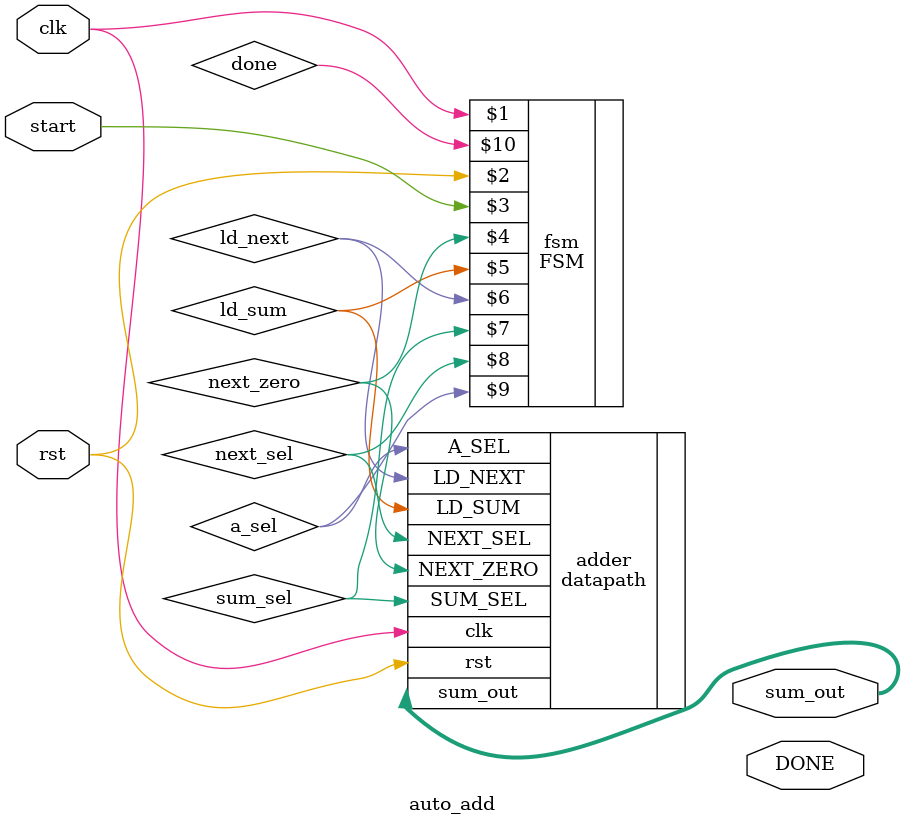
<source format=v>
`timescale 1ns / 1ps

// Create Date: 2022/05/18 20:58:41
// Design Name: auto adder
// lzq 
//////////////////////////////////////////////////////////////////////////////////

module auto_add(clk,rst,start,DONE,sum_out);
    input clk,rst,start;
    output DONE;
    output [31:0] sum_out;

    wire next_zero,ld_sum, ld_next, sum_sel, next_sel, a_sel, done;
    datapath #(32) adder(
        .clk(clk),
        .rst(rst), 
        .SUM_SEL(sum_sel), 
        .NEXT_SEL(next_sel),
        .A_SEL(a_sel),
        .LD_SUM(ld_sum),
        .LD_NEXT(ld_next),
        .NEXT_ZERO(next_zero),
        .sum_out(sum_out));

    FSM fsm(clk, rst, start, next_zero, ld_sum, ld_next, sum_sel, next_sel, a_sel, done);

endmodule
</source>
